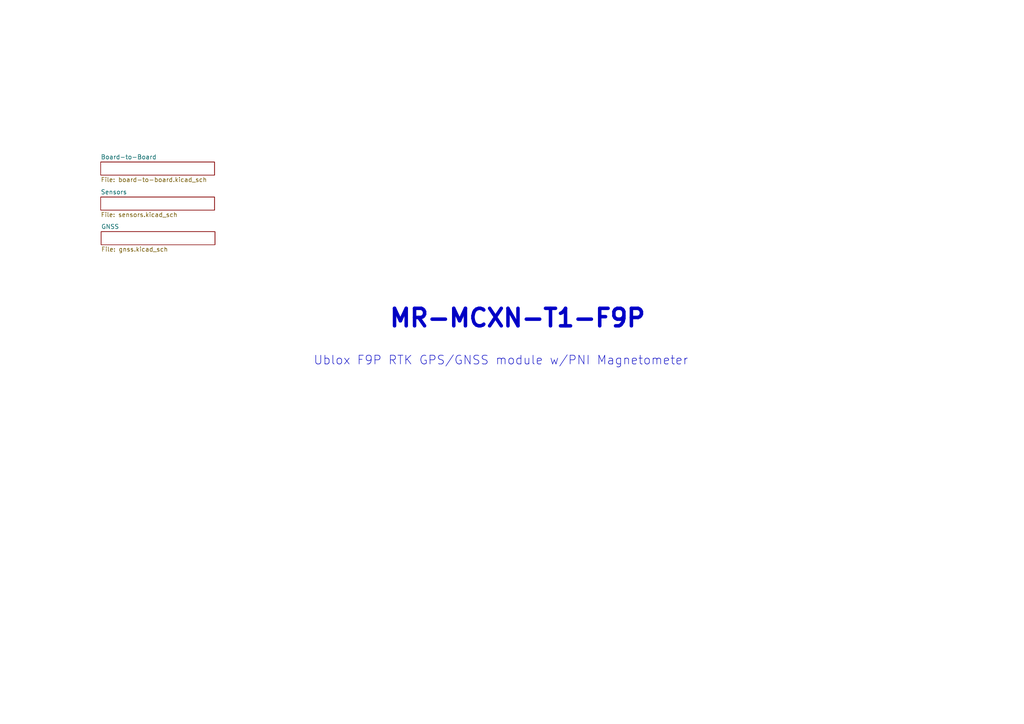
<source format=kicad_sch>
(kicad_sch
	(version 20250114)
	(generator "eeschema")
	(generator_version "9.0")
	(uuid "04285d74-eeba-483c-9378-52bd287e15a2")
	(paper "A4")
	(title_block
		(title "MR-MCXN-T1-F9P")
		(date "2025-08-27")
		(rev "X1")
		(company "NXP SEMICONDUCTORS B.V.")
		(comment 3 "DESIGNER: YOURI TILS, Iain Galloway")
		(comment 4 "CTO SYSTEM INNOVATIONS / MOBILE ROBOTICS DOMAIN")
	)
	(lib_symbols)
	(text "Ublox F9P RTK GPS/GNSS module w/PNI Magnetometer"
		(exclude_from_sim no)
		(at 145.288 104.648 0)
		(effects
			(font
				(size 2.54 2.54)
			)
		)
		(uuid "86ba24cf-98e0-480f-a889-0a00fb797c87")
	)
	(text "${TITLE}"
		(exclude_from_sim no)
		(at 150.114 92.456 0)
		(effects
			(font
				(size 5.08 5.08)
				(thickness 1.016)
				(bold yes)
			)
		)
		(uuid "efc3dc01-334a-4e73-83f5-a10926ac194b")
	)
	(sheet
		(at 29.337 67.183)
		(size 33.02 3.81)
		(exclude_from_sim no)
		(in_bom yes)
		(on_board yes)
		(dnp no)
		(fields_autoplaced yes)
		(stroke
			(width 0.1524)
			(type solid)
		)
		(fill
			(color 0 0 0 0.0000)
		)
		(uuid "984519f8-3ba1-4ad2-a1fd-5bc7d7d39895")
		(property "Sheetname" "GNSS"
			(at 29.337 66.4714 0)
			(effects
				(font
					(size 1.27 1.27)
				)
				(justify left bottom)
			)
		)
		(property "Sheetfile" "gnss.kicad_sch"
			(at 29.337 71.5776 0)
			(effects
				(font
					(size 1.27 1.27)
				)
				(justify left top)
			)
		)
		(instances
			(project "spinali_mcxn_t1_f9p"
				(path "/04285d74-eeba-483c-9378-52bd287e15a2"
					(page "4")
				)
			)
		)
	)
	(sheet
		(at 29.21 46.99)
		(size 33.02 3.81)
		(exclude_from_sim no)
		(in_bom yes)
		(on_board yes)
		(dnp no)
		(fields_autoplaced yes)
		(stroke
			(width 0.1524)
			(type solid)
		)
		(fill
			(color 0 0 0 0.0000)
		)
		(uuid "ccc0d483-c16f-4a48-802e-c15323fec247")
		(property "Sheetname" "Board-to-Board"
			(at 29.21 46.2784 0)
			(effects
				(font
					(size 1.27 1.27)
				)
				(justify left bottom)
			)
		)
		(property "Sheetfile" "board-to-board.kicad_sch"
			(at 29.21 51.3846 0)
			(effects
				(font
					(size 1.27 1.27)
				)
				(justify left top)
			)
		)
		(instances
			(project "spinali_mcxn_t1_f9p"
				(path "/04285d74-eeba-483c-9378-52bd287e15a2"
					(page "2")
				)
			)
		)
	)
	(sheet
		(at 29.21 57.15)
		(size 33.02 3.81)
		(exclude_from_sim no)
		(in_bom yes)
		(on_board yes)
		(dnp no)
		(fields_autoplaced yes)
		(stroke
			(width 0.1524)
			(type solid)
		)
		(fill
			(color 0 0 0 0.0000)
		)
		(uuid "d46d18ea-5041-4bdf-8a2f-871da180f13d")
		(property "Sheetname" "Sensors"
			(at 29.21 56.4384 0)
			(effects
				(font
					(size 1.27 1.27)
				)
				(justify left bottom)
			)
		)
		(property "Sheetfile" "sensors.kicad_sch"
			(at 29.21 61.5446 0)
			(effects
				(font
					(size 1.27 1.27)
				)
				(justify left top)
			)
		)
		(instances
			(project "spinali_mcxn_t1_f9p"
				(path "/04285d74-eeba-483c-9378-52bd287e15a2"
					(page "3")
				)
			)
		)
	)
	(sheet_instances
		(path "/"
			(page "1")
		)
	)
	(embedded_fonts no)
)

</source>
